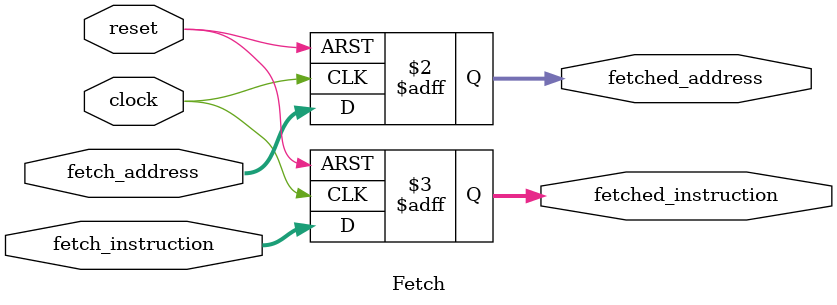
<source format=v>
module Fetch #(
	parameter ADDRESS_WIDTH = 15,
	parameter DATA_WIDTH = 32
)(
	input wire clock,
	input wire reset,
	input wire [ADDRESS_WIDTH-1:0] fetch_address,
	input wire [DATA_WIDTH-1:0] fetch_instruction,
	output reg [ADDRESS_WIDTH-1:0] fetched_address,
	output reg [DATA_WIDTH-1:0] fetched_instruction
);

	always @(posedge clock, posedge reset) begin : FETCH
		if (reset) begin
			fetched_address <= 0;
			fetched_instruction <= 0;
		end
		else begin
			fetched_address <= fetch_address;
			fetched_instruction <= fetch_instruction;
		end
	end
endmodule
</source>
